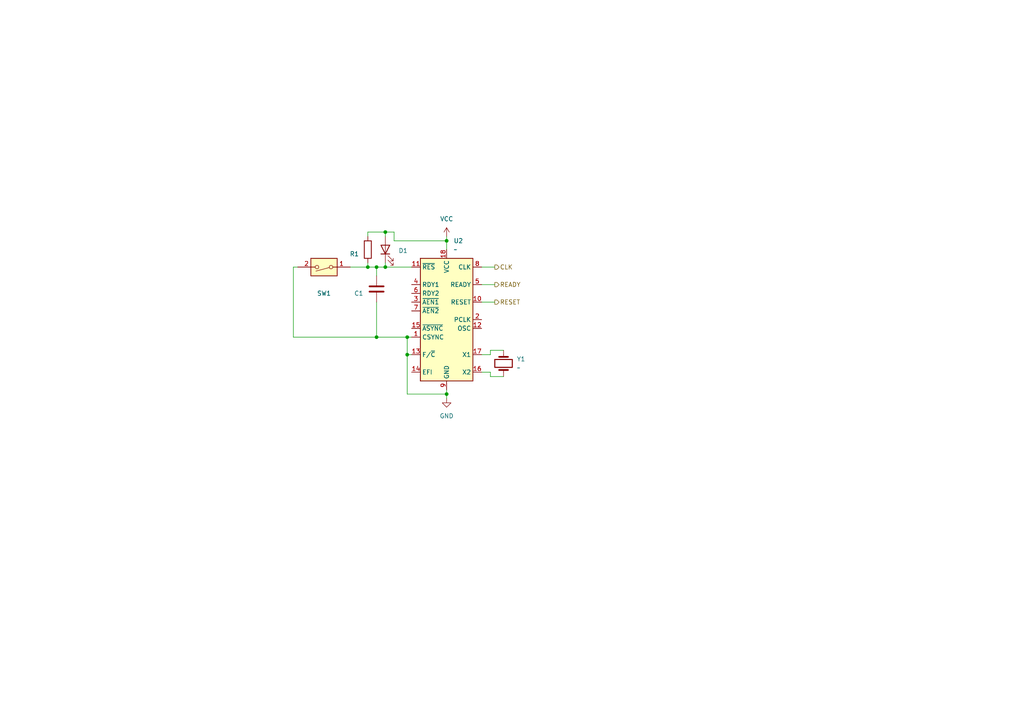
<source format=kicad_sch>
(kicad_sch (version 20211123) (generator eeschema)
  (paper "A4")
  (lib_symbols
    (symbol "Device:C" (pin_numbers hide) (pin_names (offset 0.254))
      (property "Reference" "C" (at 0.635 2.54 0))
      (property "Value" "C" (at 0.635 -2.54 0))
      (symbol "C_0_1"
        (polyline (pts (xy -2.032 -0.762) (xy 2.032 -0.762)) (stroke (width 0.508)))
        (polyline (pts (xy -2.032 0.762) (xy 2.032 0.762)) (stroke (width 0.508)))
      )
      (symbol "C_1_1"
        (pin passive line (at 0 3.81 270) (length 2.794) (name "~") (number "1"))
        (pin passive line (at 0 -3.81 90) (length 2.794) (name "~") (number "2"))
      )
    )
    (symbol "Device:Crystal" (pin_numbers hide) (pin_names (offset 1.016) hide)
      (property "Reference" "Y" (at 0 3.81 0))
      (property "Value" "Crystal" (at 0 -3.81 0))
      (symbol "Crystal_0_1"
        (rectangle (start -1.143 2.54) (end 1.143 -2.54) (stroke (width 0.3048)))
        (polyline (pts (xy -2.54 0) (xy -1.905 0)))
        (polyline (pts (xy -1.905 -1.27) (xy -1.905 1.27)) (stroke (width 0.508)))
        (polyline (pts (xy 1.905 -1.27) (xy 1.905 1.27)) (stroke (width 0.508)))
        (polyline (pts (xy 2.54 0) (xy 1.905 0)))
      )
      (symbol "Crystal_1_1"
        (pin passive line (at -3.81 0 0) (length 1.27) (name "1") (number "1"))
        (pin passive line (at 3.81 0 180) (length 1.27) (name "2") (number "2"))
      )
    )
    (symbol "Device:LED" (pin_numbers hide) (pin_names (offset 1.016) hide)
      (property "Reference" "D" (at 0 2.54 0))
      (property "Value" "LED" (at 0 -2.54 0))
      (symbol "LED_0_1"
        (polyline (pts (xy -1.27 -1.27) (xy -1.27 1.27)) (stroke (width 0.254)))
        (polyline (pts (xy -1.27 0) (xy 1.27 0)))
        (polyline (pts (xy 1.27 -1.27) (xy 1.27 1.27) (xy -1.27 0) (xy 1.27 -1.27)) (stroke (width 0.254)))
        (polyline (pts (xy -3.048 -0.762) (xy -4.572 -2.286) (xy -3.81 -2.286) (xy -4.572 -2.286) (xy -4.572 -1.524)))
        (polyline (pts (xy -1.778 -0.762) (xy -3.302 -2.286) (xy -2.54 -2.286) (xy -3.302 -2.286) (xy -3.302 -1.524)))
      )
      (symbol "LED_1_1"
        (pin passive line (at -3.81 0 0) (length 2.54) (name "K") (number "1"))
        (pin passive line (at 3.81 0 180) (length 2.54) (name "A") (number "2"))
      )
    )
    (symbol "Device:R" (pin_numbers hide) (pin_names (offset 0))
      (property "Reference" "R" (at 2.032 0 90))
      (property "Value" "R" (at 0 0 90))
      (symbol "R_0_1"
        (rectangle (start -1.016 -2.54) (end 1.016 2.54) (stroke (width 0.254)))
      )
      (symbol "R_1_1"
        (pin passive line (at 0 3.81 270) (length 1.27) (name "~") (number "1"))
        (pin passive line (at 0 -3.81 90) (length 1.27) (name "~") (number "2"))
      )
    )
    (symbol "Switch:SW_DIP_x01" (pin_names (offset 0) hide)
      (property "Reference" "SW" (at 0 3.81 0))
      (property "Value" "SW_DIP_x01" (at 0 -3.81 0))
      (symbol "SW_DIP_x01_0_0"
        (circle (center -2.032 0) (radius 0.508))
        (polyline (pts (xy -1.524 0.127) (xy 2.3622 1.1684)))
        (circle (center 2.032 0) (radius 0.508))
      )
      (symbol "SW_DIP_x01_0_1"
        (rectangle (start -3.81 2.54) (end 3.81 -2.54) (stroke (width 0.254)) (fill (type background)))
      )
      (symbol "SW_DIP_x01_1_1"
        (pin passive line (at -7.62 0 0) (length 5.08) (name "~") (number "1"))
        (pin passive line (at 7.62 0 180) (length 5.08) (name "~") (number "2"))
      )
    )
    (symbol "Timer:8284"
      (property "Reference" "U" (at -3.81 19.05 0))
      (property "Value" "8284" (at 2.54 19.05 0))
      (symbol "8284_0_0"
        (rectangle (start -7.62 -17.78) (end 7.62 17.78) (stroke (width 0.254)) (fill (type background)))
      )
      (symbol "8284_1_1"
        (pin input line (at -10.16 -5.08 0) (length 2.54) (name "CSYNC") (number "1"))
        (pin output line (at 10.16 5.08 180) (length 2.54) (name "RESET") (number "10"))
        (pin input line (at -10.16 15.24 0) (length 2.54) (name "~{RES}") (number "11"))
        (pin output line (at 10.16 -2.54 180) (length 2.54) (name "OSC") (number "12"))
        (pin input line (at -10.16 -10.16 0) (length 2.54) (name "F/~{C}") (number "13"))
        (pin input line (at -10.16 -15.24 0) (length 2.54) (name "EFI") (number "14"))
        (pin input line (at -10.16 -2.54 0) (length 2.54) (name "~{ASYNC}") (number "15"))
        (pin output line (at 10.16 -15.24 180) (length 2.54) (name "X2") (number "16"))
        (pin input line (at 10.16 -10.16 180) (length 2.54) (name "X1") (number "17"))
        (pin power_in line (at 0 20.32 270) (length 2.54) (name "VCC") (number "18"))
        (pin output line (at 10.16 0 180) (length 2.54) (name "PCLK") (number "2"))
        (pin input line (at -10.16 5.08 0) (length 2.54) (name "~{AEN1}") (number "3"))
        (pin input line (at -10.16 10.16 0) (length 2.54) (name "RDY1") (number "4"))
        (pin output line (at 10.16 10.16 180) (length 2.54) (name "READY") (number "5"))
        (pin input line (at -10.16 7.62 0) (length 2.54) (name "RDY2") (number "6"))
        (pin input line (at -10.16 2.54 0) (length 2.54) (name "~{AEN2}") (number "7"))
        (pin output line (at 10.16 15.24 180) (length 2.54) (name "CLK") (number "8"))
        (pin power_in line (at 0 -20.32 90) (length 2.54) (name "GND") (number "9"))
      )
    )
    (symbol "power:GND" (power) (pin_names (offset 0))
      (property "Value" "GND" (at 0 -3.81 0))
      (symbol "GND_0_1"
        (polyline (pts (xy 0 0) (xy 0 -1.27) (xy 1.27 -1.27) (xy 0 -2.54) (xy -1.27 -1.27) (xy 0 -1.27)))
      )
      (symbol "GND_1_1"
        (pin power_in line (at 0 0 270) (length 0) hide (name "GND") (number "1"))
      )
    )
    (symbol "power:VCC" (power) (pin_names (offset 0))
      (property "Value" "VCC" (at 0 3.81 0))
      (symbol "VCC_0_1"
        (polyline (pts (xy -0.762 1.27) (xy 0 2.54)))
        (polyline (pts (xy 0 0) (xy 0 2.54)))
        (polyline (pts (xy 0 2.54) (xy 0.762 1.27)))
      )
      (symbol "VCC_1_1"
        (pin power_in line (at 0 0 90) (length 0) hide (name "VCC") (number "1"))
      )
    )
  )
  (junction (at 118.11 102.87))
  (junction (at 111.76 77.47))
  (junction (at 106.68 77.47))
  (junction (at 111.76 67.31))
  (junction (at 109.22 77.47))
  (junction (at 129.54 69.85))
  (junction (at 129.54 114.3))
  (junction (at 109.22 97.79))
  (junction (at 118.11 97.79))
  (wire (pts (xy 142.24 109.22) (xy 142.24 107.95)))
  (wire (pts (xy 129.54 68.58) (xy 129.54 69.85)))
  (wire (pts (xy 85.09 97.79) (xy 109.22 97.79)))
  (wire (pts (xy 111.76 76.2) (xy 111.76 77.47)))
  (wire (pts (xy 114.3 67.31) (xy 111.76 67.31)))
  (wire (pts (xy 109.22 87.63) (xy 109.22 97.79)))
  (wire (pts (xy 118.11 102.87) (xy 118.11 114.3)))
  (wire (pts (xy 86.36 77.47) (xy 85.09 77.47)))
  (wire (pts (xy 101.6 77.47) (xy 106.68 77.47)))
  (wire (pts (xy 114.3 69.85) (xy 114.3 67.31)))
  (wire (pts (xy 129.54 113.03) (xy 129.54 114.3)))
  (wire (pts (xy 109.22 77.47) (xy 111.76 77.47)))
  (wire (pts (xy 146.05 109.22) (xy 142.24 109.22)))
  (wire (pts (xy 106.68 76.2) (xy 106.68 77.47)))
  (wire (pts (xy 109.22 97.79) (xy 118.11 97.79)))
  (wire (pts (xy 118.11 114.3) (xy 129.54 114.3)))
  (wire (pts (xy 139.7 102.87) (xy 142.24 102.87)))
  (wire (pts (xy 139.7 77.47) (xy 143.51 77.47)))
  (wire (pts (xy 139.7 87.63) (xy 143.51 87.63)))
  (wire (pts (xy 142.24 101.6) (xy 142.24 102.87)))
  (wire (pts (xy 129.54 69.85) (xy 129.54 72.39)))
  (wire (pts (xy 109.22 77.47) (xy 109.22 80.01)))
  (wire (pts (xy 111.76 77.47) (xy 119.38 77.47)))
  (wire (pts (xy 139.7 107.95) (xy 142.24 107.95)))
  (wire (pts (xy 111.76 67.31) (xy 111.76 68.58)))
  (wire (pts (xy 106.68 67.31) (xy 106.68 68.58)))
  (wire (pts (xy 129.54 114.3) (xy 129.54 115.57)))
  (wire (pts (xy 118.11 97.79) (xy 118.11 102.87)))
  (wire (pts (xy 118.11 102.87) (xy 119.38 102.87)))
  (wire (pts (xy 111.76 67.31) (xy 106.68 67.31)))
  (wire (pts (xy 119.38 97.79) (xy 118.11 97.79)))
  (wire (pts (xy 142.24 101.6) (xy 146.05 101.6)))
  (wire (pts (xy 139.7 82.55) (xy 143.51 82.55)))
  (wire (pts (xy 129.54 69.85) (xy 114.3 69.85)))
  (wire (pts (xy 85.09 77.47) (xy 85.09 97.79)))
  (wire (pts (xy 106.68 77.47) (xy 109.22 77.47)))
  (hierarchical_label "READY" (shape output) (at 143.51 82.55 0))
  (hierarchical_label "RESET" (shape output) (at 143.51 87.63 0))
  (hierarchical_label "CLK" (shape output) (at 143.51 77.47 0))
  (symbol (lib_id "Switch:SW_DIP_x01") (at 93.98 77.47 180) (unit 1)
    (property "Reference" "SW1" (at 93.98 85.09 0))
  )
  (symbol (lib_id "Device:R") (at 106.68 72.39 180) (unit 1)
    (property "Reference" "R1" (at 104.14 73.6601 0) (effects (justify left)))
  )
  (symbol (lib_id "Timer:8284") (at 129.54 92.71 0) (unit 1)
    (property "Reference" "U2" (at 131.5594 69.85 0) (effects (justify left)))
    (property "Value" "~" (at 131.5594 72.39 0) (effects (justify left)))
    (property "Datasheet" "http://www.cpu-galaxy.at/cpu/ram%20rom%20eprom/other_intel_chips/other_intel-Dateien/D8284A_Datasheet.pdf" (effects hide))
  )
  (symbol (lib_id "Device:Crystal") (at 146.05 105.41 90) (unit 1)
    (property "Reference" "Y1" (at 149.86 104.1399 90) (effects (justify right)))
    (property "Value" "~" (at 149.86 106.6799 90) (effects (justify right)))
  )
  (symbol (lib_id "power:VCC") (at 129.54 68.58 0) (unit 1)
    (property "Reference" "#PWR0103" (effects hide))
    (property "Value" "~" (at 129.54 63.5 0))
  )
  (symbol (lib_id "Device:LED") (at 111.76 72.39 90) (unit 1)
    (property "Reference" "D1" (at 115.57 72.7074 90) (effects (justify right)))
  )
  (symbol (lib_id "power:GND") (at 129.54 115.57 0) (unit 1)
    (property "Reference" "#PWR0104" (effects hide))
    (property "Value" "~" (at 129.54 120.65 0))
  )
  (symbol (lib_id "Device:C") (at 109.22 83.82 180) (unit 1)
    (property "Reference" "C1" (at 105.41 85.0901 0) (effects (justify left)))
  )
)
</source>
